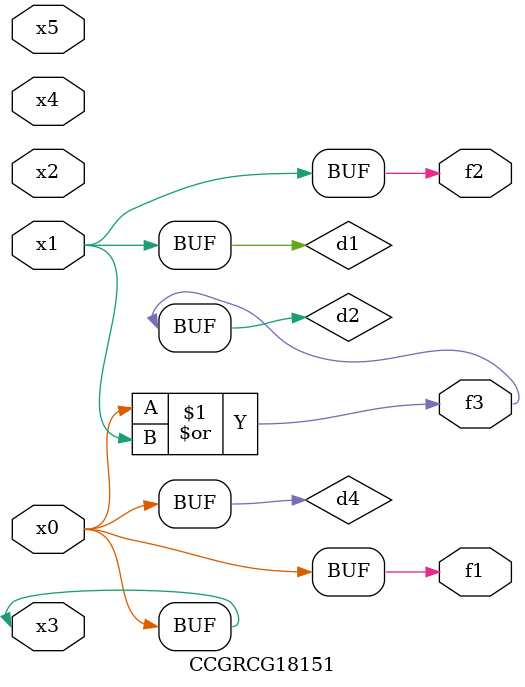
<source format=v>
module CCGRCG18151(
	input x0, x1, x2, x3, x4, x5,
	output f1, f2, f3
);

	wire d1, d2, d3, d4;

	and (d1, x1);
	or (d2, x0, x1);
	nand (d3, x0, x5);
	buf (d4, x0, x3);
	assign f1 = d4;
	assign f2 = d1;
	assign f3 = d2;
endmodule

</source>
